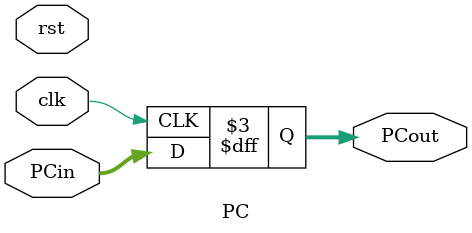
<source format=v>

module PC(output reg [31:0] PCout,input [31:0] PCin, input clk, rst);
	
	initial PCout = 32'b0;
	
	always @(posedge clk)
		begin
			PCout = PCin;
		end
	
endmodule 
</source>
